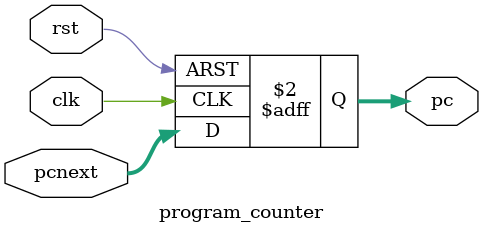
<source format=v>
`timescale 1ns / 1ps
module program_counter(pcnext,clk,pc,rst);
input [31:0]pcnext;
input clk,rst;
output reg [31:0]pc;

always@(posedge clk or posedge rst )
begin
    if(rst)
        begin
            pc <= 32'h00000000; // Reset the PC to zero on reset, otherwise update PC on clock edge
        end
    else
        begin
            pc <= pcnext;   
        end
end

    
endmodule

</source>
